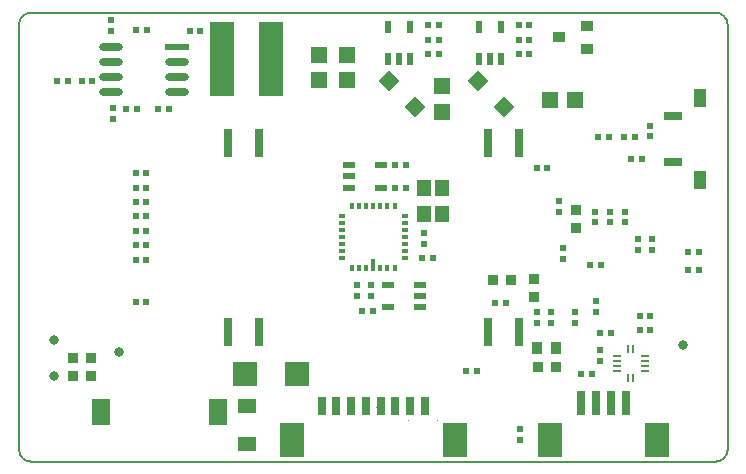
<source format=gbp>
%FSLAX44Y44*%
%MOMM*%
G71*
G01*
G75*
G04 Layer_Color=128*
%ADD10R,1.5000X0.4000*%
%ADD11R,0.6000X0.5000*%
%ADD12R,1.2000X1.6000*%
%ADD13R,0.5000X0.6000*%
%ADD14R,1.3970X1.3970*%
%ADD15R,1.2700X0.5080*%
%ADD16R,1.0160X0.8890*%
%ADD17R,0.8890X1.0160*%
%ADD18P,1.8385X4X90.0*%
%ADD19R,0.7000X0.6000*%
%ADD20R,1.4000X0.6000*%
%ADD21R,0.8000X1.6000*%
%ADD22R,1.2500X0.3000*%
%ADD23R,1.2000X1.4000*%
%ADD24R,1.2000X2.2000*%
%ADD25R,1.6000X1.4000*%
%ADD26R,1.1000X1.4000*%
%ADD27R,0.7000X1.6000*%
%ADD28R,1.0668X0.8128*%
G04:AMPARAMS|DCode=29|XSize=0.22mm|YSize=0.8mm|CornerRadius=0mm|HoleSize=0mm|Usage=FLASHONLY|Rotation=180.000|XOffset=0mm|YOffset=0mm|HoleType=Round|Shape=RoundedRectangle|*
%AMROUNDEDRECTD29*
21,1,0.2200,0.8000,0,0,180.0*
21,1,0.2200,0.8000,0,0,180.0*
1,1,0.0000,-0.1100,0.4000*
1,1,0.0000,0.1100,0.4000*
1,1,0.0000,0.1100,-0.4000*
1,1,0.0000,-0.1100,-0.4000*
%
%ADD29ROUNDEDRECTD29*%
%ADD30R,4.3000X4.3000*%
G04:AMPARAMS|DCode=31|XSize=0.22mm|YSize=0.8mm|CornerRadius=0mm|HoleSize=0mm|Usage=FLASHONLY|Rotation=270.000|XOffset=0mm|YOffset=0mm|HoleType=Round|Shape=RoundedRectangle|*
%AMROUNDEDRECTD31*
21,1,0.2200,0.8000,0,0,270.0*
21,1,0.2200,0.8000,0,0,270.0*
1,1,0.0000,-0.4000,-0.1100*
1,1,0.0000,-0.4000,0.1100*
1,1,0.0000,0.4000,0.1100*
1,1,0.0000,0.4000,-0.1100*
%
%ADD31ROUNDEDRECTD31*%
%ADD32R,0.8128X0.8128*%
%ADD33R,0.7600X1.5200*%
%ADD34R,1.2954X1.6002*%
%ADD35R,1.2000X1.2500*%
%ADD36R,2.4000X1.2500*%
%ADD37C,0.4000*%
%ADD38C,0.2000*%
%ADD39C,0.1270*%
%ADD40C,0.2540*%
%ADD41C,0.6000*%
%ADD42C,0.3000*%
%ADD43R,1.3000X1.2000*%
%ADD44C,0.0254*%
%ADD45C,1.5240*%
%ADD46R,1.5240X1.5240*%
G04:AMPARAMS|DCode=47|XSize=4mm|YSize=4mm|CornerRadius=2mm|HoleSize=0mm|Usage=FLASHONLY|Rotation=0.000|XOffset=0mm|YOffset=0mm|HoleType=Round|Shape=RoundedRectangle|*
%AMROUNDEDRECTD47*
21,1,4.0000,0.0000,0,0,0.0*
21,1,0.0000,4.0000,0,0,0.0*
1,1,4.0000,0.0000,0.0000*
1,1,4.0000,0.0000,0.0000*
1,1,4.0000,0.0000,0.0000*
1,1,4.0000,0.0000,0.0000*
%
%ADD47ROUNDEDRECTD47*%
%ADD48C,0.5000*%
%ADD49C,4.4000*%
%ADD50C,3.6000*%
%ADD51C,0.8000*%
%ADD52R,0.7250X2.3500*%
%ADD53P,1.8385X4X180.0*%
%ADD54R,0.8128X0.8128*%
%ADD55R,1.1000X0.5000*%
%ADD56R,0.6000X0.3500*%
%ADD57R,0.3500X0.6000*%
%ADD58R,0.3500X1.0000*%
%ADD59R,2.1500X6.3000*%
G04:AMPARAMS|DCode=60|XSize=2mm|YSize=2mm|CornerRadius=0mm|HoleSize=0mm|Usage=FLASHONLY|Rotation=180.000|XOffset=0mm|YOffset=0mm|HoleType=Round|Shape=RoundedRectangle|*
%AMROUNDEDRECTD60*
21,1,2.0000,2.0000,0,0,180.0*
21,1,2.0000,2.0000,0,0,180.0*
1,1,0.0000,-1.0000,1.0000*
1,1,0.0000,1.0000,1.0000*
1,1,0.0000,1.0000,-1.0000*
1,1,0.0000,-1.0000,-1.0000*
%
%ADD60ROUNDEDRECTD60*%
%ADD61R,1.3970X1.3970*%
%ADD62R,1.6000X2.2000*%
%ADD63R,2.1000X3.0000*%
%ADD64R,0.8000X2.1000*%
%ADD65R,1.0000X1.5000*%
%ADD66R,1.5000X0.8000*%
%ADD67R,0.7500X0.2000*%
%ADD68R,0.2000X0.7500*%
%ADD69R,0.5000X1.1000*%
%ADD70R,2.0320X0.6096*%
%ADD71O,2.0320X0.6096*%
%ADD72R,1.6000X1.2000*%
%ADD73C,0.8000*%
%ADD74R,1.9250X2.3500*%
%ADD75C,4.0000*%
%ADD76C,0.1200*%
%ADD77C,0.1250*%
%ADD78C,0.1524*%
%ADD79C,0.2032*%
%ADD80C,0.1000*%
%ADD81R,1.7000X0.6000*%
%ADD82R,0.8000X0.7000*%
%ADD83R,1.4000X1.8000*%
%ADD84R,0.7000X0.8000*%
%ADD85R,1.5970X1.5970*%
%ADD86R,1.4700X0.7080*%
%ADD87R,1.2160X1.0890*%
%ADD88R,1.0890X1.2160*%
%ADD89P,2.1213X4X90.0*%
%ADD90R,0.9000X0.8000*%
%ADD91R,1.6000X0.8000*%
%ADD92R,1.0000X1.8000*%
%ADD93R,1.4500X0.5000*%
%ADD94R,1.4000X1.6000*%
%ADD95R,1.4000X2.4000*%
%ADD96R,1.8000X1.6000*%
%ADD97R,1.3000X1.6000*%
%ADD98R,0.9000X1.8000*%
%ADD99R,1.2668X1.0128*%
G04:AMPARAMS|DCode=100|XSize=0.42mm|YSize=1mm|CornerRadius=0mm|HoleSize=0mm|Usage=FLASHONLY|Rotation=180.000|XOffset=0mm|YOffset=0mm|HoleType=Round|Shape=RoundedRectangle|*
%AMROUNDEDRECTD100*
21,1,0.4200,1.0000,0,0,180.0*
21,1,0.4200,1.0000,0,0,180.0*
1,1,0.0000,-0.2100,0.5000*
1,1,0.0000,0.2100,0.5000*
1,1,0.0000,0.2100,-0.5000*
1,1,0.0000,-0.2100,-0.5000*
%
%ADD100ROUNDEDRECTD100*%
%ADD101R,4.5000X4.5000*%
G04:AMPARAMS|DCode=102|XSize=0.42mm|YSize=1mm|CornerRadius=0mm|HoleSize=0mm|Usage=FLASHONLY|Rotation=270.000|XOffset=0mm|YOffset=0mm|HoleType=Round|Shape=RoundedRectangle|*
%AMROUNDEDRECTD102*
21,1,0.4200,1.0000,0,0,270.0*
21,1,0.4200,1.0000,0,0,270.0*
1,1,0.0000,-0.5000,-0.2100*
1,1,0.0000,-0.5000,0.2100*
1,1,0.0000,0.5000,0.2100*
1,1,0.0000,0.5000,-0.2100*
%
%ADD102ROUNDEDRECTD102*%
%ADD103R,1.0128X1.0128*%
%ADD104R,0.9600X1.7200*%
%ADD105R,1.4954X1.8002*%
%ADD106R,1.4000X1.4500*%
%ADD107R,2.6000X1.4500*%
%ADD108C,1.7240*%
%ADD109R,1.7240X1.7240*%
G04:AMPARAMS|DCode=110|XSize=4.2mm|YSize=4.2mm|CornerRadius=2.1mm|HoleSize=0mm|Usage=FLASHONLY|Rotation=0.000|XOffset=0mm|YOffset=0mm|HoleType=Round|Shape=RoundedRectangle|*
%AMROUNDEDRECTD110*
21,1,4.2000,0.0000,0,0,0.0*
21,1,0.0000,4.2000,0,0,0.0*
1,1,4.2000,0.0000,0.0000*
1,1,4.2000,0.0000,0.0000*
1,1,4.2000,0.0000,0.0000*
1,1,4.2000,0.0000,0.0000*
%
%ADD110ROUNDEDRECTD110*%
%ADD111C,0.7000*%
%ADD112C,4.6000*%
%ADD113R,1.4000X2.5500*%
%ADD114C,1.0000*%
%ADD115R,0.9250X2.5500*%
%ADD116P,2.1213X4X180.0*%
%ADD117R,1.0128X1.0128*%
%ADD118R,1.3000X0.7000*%
%ADD119R,0.8000X0.5500*%
%ADD120R,0.5500X0.8000*%
%ADD121R,0.5500X1.2000*%
%ADD122R,2.3500X6.5000*%
G04:AMPARAMS|DCode=123|XSize=2.2mm|YSize=2.2mm|CornerRadius=0mm|HoleSize=0mm|Usage=FLASHONLY|Rotation=180.000|XOffset=0mm|YOffset=0mm|HoleType=Round|Shape=RoundedRectangle|*
%AMROUNDEDRECTD123*
21,1,2.2000,2.2000,0,0,180.0*
21,1,2.2000,2.2000,0,0,180.0*
1,1,0.0000,-1.1000,1.1000*
1,1,0.0000,1.1000,1.1000*
1,1,0.0000,1.1000,-1.1000*
1,1,0.0000,-1.1000,-1.1000*
%
%ADD123ROUNDEDRECTD123*%
%ADD124R,1.5970X1.5970*%
%ADD125R,1.8000X2.4000*%
%ADD126R,2.3000X3.2000*%
%ADD127R,1.0000X2.3000*%
%ADD128R,1.2000X1.7000*%
%ADD129R,1.7000X1.0000*%
%ADD130R,0.9500X0.4000*%
%ADD131R,0.4000X0.9500*%
%ADD132R,0.7000X1.3000*%
%ADD133R,2.2320X0.8096*%
%ADD134O,2.2320X0.8096*%
%ADD135R,1.8000X1.4000*%
%ADD136C,4.2000*%
D11*
X124000Y-162500D02*
D03*
Y-171500D02*
D03*
X192000Y-104500D02*
D03*
Y-95500D02*
D03*
X160632Y-9534D02*
D03*
Y-18534D02*
D03*
X42800Y-5862D02*
D03*
Y3138D02*
D03*
X213000Y21500D02*
D03*
Y12500D02*
D03*
X224000Y-1500D02*
D03*
Y-10500D02*
D03*
X236000D02*
D03*
Y-1500D02*
D03*
X188000Y12500D02*
D03*
Y21500D02*
D03*
X200000Y12500D02*
D03*
Y21500D02*
D03*
X-222000Y174500D02*
D03*
Y183500D02*
D03*
X-14028Y-40653D02*
D03*
Y-49653D02*
D03*
X170678Y-72500D02*
D03*
Y-63500D02*
D03*
X150678D02*
D03*
Y-72500D02*
D03*
X157000Y30500D02*
D03*
Y21500D02*
D03*
X139000Y-72500D02*
D03*
Y-63500D02*
D03*
X234000Y85500D02*
D03*
Y94500D02*
D03*
X188178Y-63500D02*
D03*
Y-54500D02*
D03*
X-1549Y-49538D02*
D03*
Y-40539D02*
D03*
X-220676Y108941D02*
D03*
Y99941D02*
D03*
D13*
X218500Y66000D02*
D03*
X227500D02*
D03*
X138377Y58620D02*
D03*
X147377D02*
D03*
X132230Y154830D02*
D03*
X123230D02*
D03*
Y179230D02*
D03*
X132230D02*
D03*
X192123Y-81350D02*
D03*
X201123D02*
D03*
X-201101Y54000D02*
D03*
X-192101D02*
D03*
Y29704D02*
D03*
X-201101D02*
D03*
X-192101Y41899D02*
D03*
X-201101D02*
D03*
X-192101Y-19082D02*
D03*
X-201101D02*
D03*
X-192101Y-7053D02*
D03*
X-201101D02*
D03*
X-192101Y17513D02*
D03*
X-201101D02*
D03*
X-192101Y5244D02*
D03*
X-201101D02*
D03*
X55656Y167031D02*
D03*
X46656D02*
D03*
X18343Y60787D02*
D03*
X27343D02*
D03*
X-589Y-62170D02*
D03*
X-9589D02*
D03*
X-182062Y108887D02*
D03*
X-173062D02*
D03*
X-201003Y175642D02*
D03*
X-192003D02*
D03*
X-258894Y132169D02*
D03*
X-267894D02*
D03*
X-246894D02*
D03*
X-237894D02*
D03*
X266500Y-28000D02*
D03*
X275500D02*
D03*
Y-13000D02*
D03*
X266500D02*
D03*
X-146354Y174853D02*
D03*
X-155354D02*
D03*
X18422Y41653D02*
D03*
X27422D02*
D03*
X212500Y85000D02*
D03*
X221500D02*
D03*
X185000Y-116000D02*
D03*
X176000D02*
D03*
X41585Y-18067D02*
D03*
X50585D02*
D03*
X87500Y-113000D02*
D03*
X78500D02*
D03*
X112140Y-55459D02*
D03*
X103140D02*
D03*
X192500Y-24000D02*
D03*
X183500D02*
D03*
X-201101Y-55000D02*
D03*
X-192101D02*
D03*
X199500Y85000D02*
D03*
X190500D02*
D03*
X-208978Y108729D02*
D03*
X-199978D02*
D03*
X225500Y-67000D02*
D03*
X234500D02*
D03*
X225500Y-79000D02*
D03*
X234500D02*
D03*
X46656Y179230D02*
D03*
X55656D02*
D03*
X46656Y154830D02*
D03*
X55656D02*
D03*
X132230Y167031D02*
D03*
X123230D02*
D03*
D14*
X149205Y116000D02*
D03*
X170795D02*
D03*
D17*
X138999Y-94000D02*
D03*
X155001D02*
D03*
D21*
X31250Y-142584D02*
D03*
X6250D02*
D03*
X-6250D02*
D03*
X-18750D02*
D03*
X-31250D02*
D03*
X-43750D02*
D03*
X18750D02*
D03*
X43750D02*
D03*
D23*
X57877Y41854D02*
D03*
Y19854D02*
D03*
X42877D02*
D03*
Y41854D02*
D03*
D28*
X157608Y169051D02*
D03*
X180544Y159513D02*
D03*
Y178589D02*
D03*
D32*
X136000Y-50375D02*
D03*
Y-35135D02*
D03*
X172000Y7380D02*
D03*
Y22620D02*
D03*
D38*
X-290000Y190000D02*
G03*
X-300000Y180000I0J-10000D01*
G01*
Y-180000D02*
G03*
X-290000Y-190000I10000J0D01*
G01*
X299941Y180000D02*
G03*
X289941Y190000I-10000J0D01*
G01*
Y-190000D02*
G03*
X299941Y-180000I0J10000D01*
G01*
X-290000Y190000D02*
X289941Y190000D01*
X-290000Y-190000D02*
X289941Y-190000D01*
X-300000Y-180000D02*
Y180000D01*
X300000Y-180000D02*
Y180000D01*
D44*
X28993Y-154584D02*
X29000D01*
X2493Y-143984D02*
X2500D01*
X27493D02*
X27500D01*
X53993Y-154584D02*
X54000D01*
D51*
X-215000Y-97500D02*
D03*
X262000Y-91000D02*
D03*
X-270400Y-117500D02*
D03*
Y-87500D02*
D03*
D52*
X-123000Y-80000D02*
D03*
X-97000D02*
D03*
X97000D02*
D03*
X123000D02*
D03*
Y80000D02*
D03*
X97000D02*
D03*
X-97000D02*
D03*
X-123000D02*
D03*
D53*
X111000Y110000D02*
D03*
X89000Y132000D02*
D03*
X35000Y110000D02*
D03*
X13000Y132000D02*
D03*
D54*
X139380Y-110000D02*
D03*
X154620D02*
D03*
X101380Y-36000D02*
D03*
X116620D02*
D03*
X-254070Y-102500D02*
D03*
X-238830D02*
D03*
X-254070Y-117500D02*
D03*
X-238830D02*
D03*
D55*
X-20592Y41837D02*
D03*
Y51337D02*
D03*
Y60837D02*
D03*
X6408D02*
D03*
Y41837D02*
D03*
X39461Y-40517D02*
D03*
Y-50017D02*
D03*
Y-59517D02*
D03*
X12461D02*
D03*
Y-40517D02*
D03*
D56*
X26500Y6000D02*
D03*
Y0D02*
D03*
Y-6000D02*
D03*
Y-18000D02*
D03*
Y-12000D02*
D03*
X-26500Y18000D02*
D03*
Y12000D02*
D03*
Y-12000D02*
D03*
Y-6000D02*
D03*
Y0D02*
D03*
Y6000D02*
D03*
Y-18000D02*
D03*
X26500Y18000D02*
D03*
Y12000D02*
D03*
D57*
X12000Y-26000D02*
D03*
X18000D02*
D03*
X-18000Y26000D02*
D03*
X6000Y-26000D02*
D03*
Y26000D02*
D03*
X12000D02*
D03*
X18000D02*
D03*
X-0D02*
D03*
X-6000D02*
D03*
X-12000D02*
D03*
X-18000Y-26000D02*
D03*
X-12000D02*
D03*
X-6000D02*
D03*
D58*
X-0Y-24000D02*
D03*
D59*
X-86331Y150546D02*
D03*
X-127831D02*
D03*
D60*
X-109000Y-116000D02*
D03*
X-65000D02*
D03*
D61*
X-22189Y154443D02*
D03*
Y132853D02*
D03*
X58000Y127795D02*
D03*
Y106205D02*
D03*
X-46251Y132853D02*
D03*
Y154443D02*
D03*
D62*
X-131149Y-147781D02*
D03*
X-230649D02*
D03*
D63*
X-69250Y-171584D02*
D03*
X69250D02*
D03*
X150000D02*
D03*
X240000D02*
D03*
D64*
X213750Y-140584D02*
D03*
X201250D02*
D03*
X188750D02*
D03*
X176250D02*
D03*
D65*
X276300Y118000D02*
D03*
Y48000D02*
D03*
D66*
X253700Y102900D02*
D03*
Y63200D02*
D03*
D67*
X206000Y-101000D02*
D03*
Y-105000D02*
D03*
Y-109000D02*
D03*
Y-113000D02*
D03*
X230000D02*
D03*
Y-109000D02*
D03*
Y-105000D02*
D03*
Y-101000D02*
D03*
D68*
X216000Y-119000D02*
D03*
X220000D02*
D03*
Y-95000D02*
D03*
X216000D02*
D03*
D69*
X31500Y150730D02*
D03*
X22000D02*
D03*
X12500D02*
D03*
Y177730D02*
D03*
X31500D02*
D03*
X108230Y150730D02*
D03*
X98730D02*
D03*
X89230D02*
D03*
Y177730D02*
D03*
X108230D02*
D03*
D70*
X-166200Y161390D02*
D03*
D71*
Y148691D02*
D03*
Y135990D02*
D03*
Y123291D02*
D03*
X-222080D02*
D03*
Y135990D02*
D03*
Y148691D02*
D03*
Y161390D02*
D03*
D72*
X-107000Y-175000D02*
D03*
Y-143000D02*
D03*
M02*

</source>
